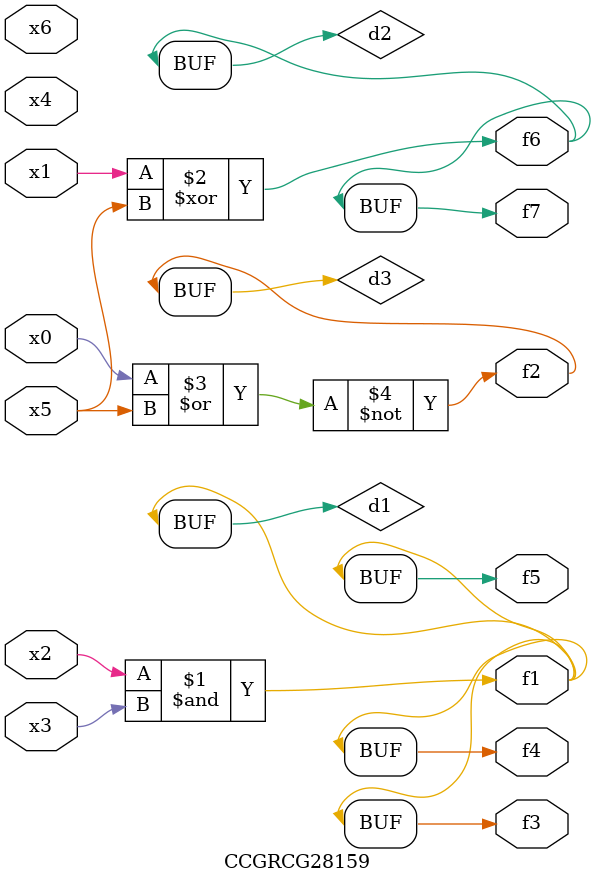
<source format=v>
module CCGRCG28159(
	input x0, x1, x2, x3, x4, x5, x6,
	output f1, f2, f3, f4, f5, f6, f7
);

	wire d1, d2, d3;

	and (d1, x2, x3);
	xor (d2, x1, x5);
	nor (d3, x0, x5);
	assign f1 = d1;
	assign f2 = d3;
	assign f3 = d1;
	assign f4 = d1;
	assign f5 = d1;
	assign f6 = d2;
	assign f7 = d2;
endmodule

</source>
